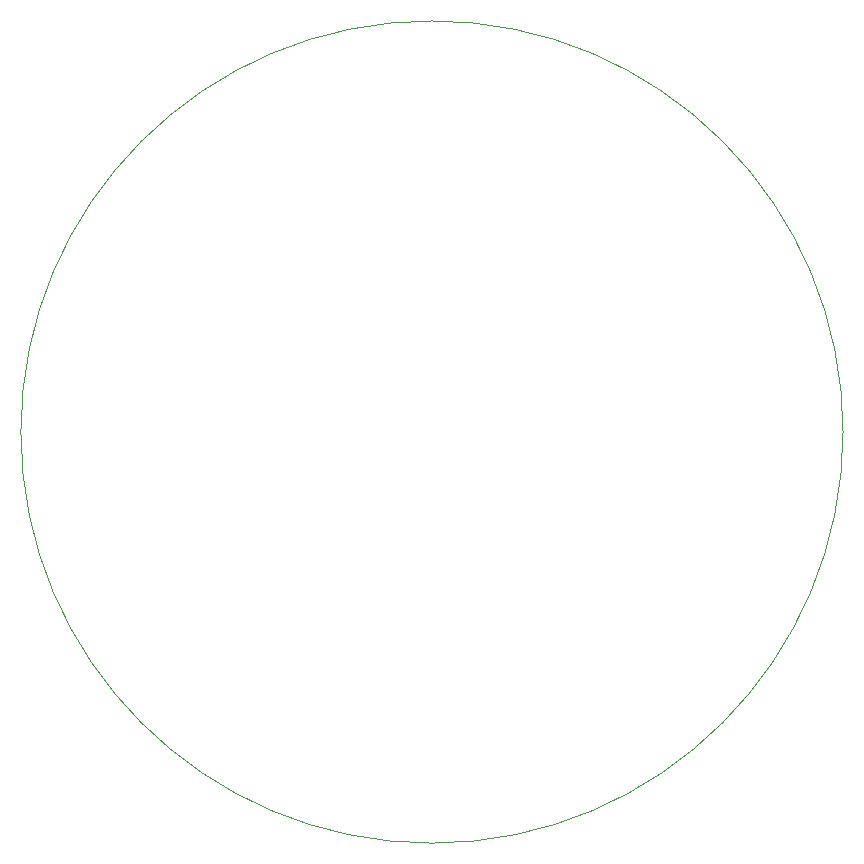
<source format=gbr>
%TF.GenerationSoftware,KiCad,Pcbnew,(5.1.12)-1*%
%TF.CreationDate,2022-05-17T10:57:46-05:00*%
%TF.ProjectId,BMX,424d582e-6b69-4636-9164-5f7063625858,rev?*%
%TF.SameCoordinates,Original*%
%TF.FileFunction,Profile,NP*%
%FSLAX46Y46*%
G04 Gerber Fmt 4.6, Leading zero omitted, Abs format (unit mm)*
G04 Created by KiCad (PCBNEW (5.1.12)-1) date 2022-05-17 10:57:46*
%MOMM*%
%LPD*%
G01*
G04 APERTURE LIST*
%TA.AperFunction,Profile*%
%ADD10C,0.050000*%
%TD*%
G04 APERTURE END LIST*
D10*
X62238342Y-63246000D02*
G75*
G03*
X62238342Y-63246000I-34806342J0D01*
G01*
M02*

</source>
